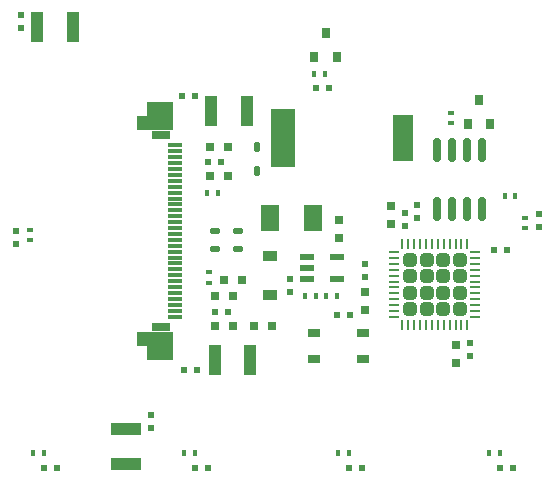
<source format=gbr>
%TF.GenerationSoftware,KiCad,Pcbnew,5.99.0-unknown-0e3c79d3b2~131~ubuntu20.04.1*%
%TF.CreationDate,2021-09-07T14:15:13+02:00*%
%TF.ProjectId,VESC_UI,56455343-5f55-4492-9e6b-696361645f70,v2.0.0*%
%TF.SameCoordinates,Original*%
%TF.FileFunction,Paste,Top*%
%TF.FilePolarity,Positive*%
%FSLAX46Y46*%
G04 Gerber Fmt 4.6, Leading zero omitted, Abs format (unit mm)*
G04 Created by KiCad (PCBNEW 5.99.0-unknown-0e3c79d3b2~131~ubuntu20.04.1) date 2021-09-07 14:15:13*
%MOMM*%
%LPD*%
G01*
G04 APERTURE LIST*
G04 Aperture macros list*
%AMRoundRect*
0 Rectangle with rounded corners*
0 $1 Rounding radius*
0 $2 $3 $4 $5 $6 $7 $8 $9 X,Y pos of 4 corners*
0 Add a 4 corners polygon primitive as box body*
4,1,4,$2,$3,$4,$5,$6,$7,$8,$9,$2,$3,0*
0 Add four circle primitives for the rounded corners*
1,1,$1+$1,$2,$3*
1,1,$1+$1,$4,$5*
1,1,$1+$1,$6,$7*
1,1,$1+$1,$8,$9*
0 Add four rect primitives between the rounded corners*
20,1,$1+$1,$2,$3,$4,$5,0*
20,1,$1+$1,$4,$5,$6,$7,0*
20,1,$1+$1,$6,$7,$8,$9,0*
20,1,$1+$1,$8,$9,$2,$3,0*%
G04 Aperture macros list end*
%ADD10R,2.200000X2.400000*%
%ADD11R,0.900000X1.300000*%
%ADD12R,1.600000X0.800000*%
%ADD13R,1.250000X0.300000*%
%ADD14R,0.600000X0.500000*%
%ADD15R,0.500000X0.600000*%
%ADD16RoundRect,0.125000X0.125000X-0.275000X0.125000X0.275000X-0.125000X0.275000X-0.125000X-0.275000X0*%
%ADD17R,0.600000X0.400000*%
%ADD18R,0.400000X0.600000*%
%ADD19RoundRect,0.250000X-0.315000X-0.315000X0.315000X-0.315000X0.315000X0.315000X-0.315000X0.315000X0*%
%ADD20RoundRect,0.062500X-0.375000X-0.062500X0.375000X-0.062500X0.375000X0.062500X-0.375000X0.062500X0*%
%ADD21RoundRect,0.062500X-0.062500X-0.375000X0.062500X-0.375000X0.062500X0.375000X-0.062500X0.375000X0*%
%ADD22R,0.750000X0.800000*%
%ADD23R,0.800000X0.900000*%
%ADD24RoundRect,0.150000X-0.150000X0.825000X-0.150000X-0.825000X0.150000X-0.825000X0.150000X0.825000X0*%
%ADD25R,2.000000X5.000000*%
%ADD26R,1.700000X4.000000*%
%ADD27R,1.200000X0.900000*%
%ADD28R,0.800000X0.750000*%
%ADD29RoundRect,0.125000X0.275000X0.125000X-0.275000X0.125000X-0.275000X-0.125000X0.275000X-0.125000X0*%
%ADD30R,1.150000X0.600000*%
%ADD31R,1.050000X0.650000*%
%ADD32R,1.000000X2.500000*%
%ADD33R,1.500000X2.300000*%
%ADD34R,2.500000X1.000000*%
%ADD35RoundRect,0.125000X-0.275000X-0.125000X0.275000X-0.125000X0.275000X0.125000X-0.275000X0.125000X0*%
G04 APERTURE END LIST*
D10*
%TO.C,K1*%
X128981019Y-109676584D03*
X128981019Y-90276584D03*
D11*
X127451019Y-109126584D03*
D12*
X129031019Y-91876584D03*
D11*
X127451019Y-90826584D03*
D12*
X129031019Y-108076584D03*
D13*
X130255095Y-92723416D03*
X130255095Y-93223416D03*
X130255095Y-93723416D03*
X130255095Y-94223416D03*
X130255095Y-94723416D03*
X130255095Y-95223416D03*
X130255095Y-95723416D03*
X130255095Y-96223416D03*
X130255095Y-96723416D03*
X130255095Y-97223416D03*
X130255095Y-97723416D03*
X130255095Y-98223416D03*
X130255095Y-98723416D03*
X130255095Y-99223416D03*
X130255095Y-99723416D03*
X130255095Y-100223416D03*
X130255095Y-100723416D03*
X130255095Y-101223416D03*
X130255095Y-101723416D03*
X130255095Y-102223416D03*
X130255095Y-102723416D03*
X130255095Y-103223416D03*
X130255095Y-103723416D03*
X130255095Y-104223416D03*
X130255095Y-104723416D03*
X130255095Y-105223416D03*
X130255095Y-105723416D03*
X130255095Y-106223416D03*
X130255095Y-106723416D03*
X130255095Y-107223416D03*
%TD*%
D14*
%TO.C,C12*%
X143950000Y-107100000D03*
X145050000Y-107100000D03*
%TD*%
D15*
%TO.C,C19*%
X149700000Y-99550000D03*
X149700000Y-98450000D03*
%TD*%
D16*
%TO.C,D10*%
X137200000Y-92900000D03*
X137200000Y-94900000D03*
%TD*%
D17*
%TO.C,R3*%
X133150000Y-104350000D03*
X133150000Y-103450000D03*
%TD*%
D18*
%TO.C,R5*%
X142950000Y-86700000D03*
X142050000Y-86700000D03*
%TD*%
%TO.C,R12*%
X144950000Y-118800000D03*
X144050000Y-118800000D03*
%TD*%
D19*
%TO.C,U2*%
X154350000Y-103800000D03*
X150150000Y-105200000D03*
X150150000Y-102400000D03*
X152950000Y-102400000D03*
X154350000Y-102400000D03*
X152950000Y-105200000D03*
X151550000Y-105200000D03*
X151550000Y-103800000D03*
X152950000Y-103800000D03*
X154350000Y-105200000D03*
X150150000Y-106600000D03*
X154350000Y-106600000D03*
X151550000Y-102400000D03*
X150150000Y-103800000D03*
X152950000Y-106600000D03*
X151550000Y-106600000D03*
D20*
X148812500Y-101750000D03*
X148812500Y-102250000D03*
X148812500Y-102750000D03*
X148812500Y-103250000D03*
X148812500Y-103750000D03*
X148812500Y-104250000D03*
X148812500Y-104750000D03*
X148812500Y-105250000D03*
X148812500Y-105750000D03*
X148812500Y-106250000D03*
X148812500Y-106750000D03*
X148812500Y-107250000D03*
D21*
X149500000Y-107937500D03*
X150000000Y-107937500D03*
X150500000Y-107937500D03*
X151000000Y-107937500D03*
X151500000Y-107937500D03*
X152000000Y-107937500D03*
X152500000Y-107937500D03*
X153000000Y-107937500D03*
X153500000Y-107937500D03*
X154000000Y-107937500D03*
X154500000Y-107937500D03*
X155000000Y-107937500D03*
D20*
X155687500Y-107250000D03*
X155687500Y-106750000D03*
X155687500Y-106250000D03*
X155687500Y-105750000D03*
X155687500Y-105250000D03*
X155687500Y-104750000D03*
X155687500Y-104250000D03*
X155687500Y-103750000D03*
X155687500Y-103250000D03*
X155687500Y-102750000D03*
X155687500Y-102250000D03*
X155687500Y-101750000D03*
D21*
X155000000Y-101062500D03*
X154500000Y-101062500D03*
X154000000Y-101062500D03*
X153500000Y-101062500D03*
X153000000Y-101062500D03*
X152500000Y-101062500D03*
X152000000Y-101062500D03*
X151500000Y-101062500D03*
X151000000Y-101062500D03*
X150500000Y-101062500D03*
X150000000Y-101062500D03*
X149500000Y-101062500D03*
%TD*%
D17*
%TO.C,R2*%
X153600000Y-89950000D03*
X153600000Y-90850000D03*
%TD*%
D18*
%TO.C,R14*%
X132950000Y-96720000D03*
X133850000Y-96720000D03*
%TD*%
D22*
%TO.C,C2*%
X148500000Y-99350000D03*
X148500000Y-97850000D03*
%TD*%
D18*
%TO.C,R9*%
X119150000Y-118800000D03*
X118250000Y-118800000D03*
%TD*%
%TO.C,R7*%
X142150000Y-105500000D03*
X141250000Y-105500000D03*
%TD*%
D14*
%TO.C,C18*%
X146050000Y-120000000D03*
X144950000Y-120000000D03*
%TD*%
D18*
%TO.C,R8*%
X143950000Y-105500000D03*
X143050000Y-105500000D03*
%TD*%
D22*
%TO.C,C1*%
X144100000Y-99050000D03*
X144100000Y-100550000D03*
%TD*%
D23*
%TO.C,Q2*%
X142050000Y-85225000D03*
X143950000Y-85225000D03*
X143000000Y-83225000D03*
%TD*%
D24*
%TO.C,U3*%
X156205000Y-93125000D03*
X154935000Y-93125000D03*
X153665000Y-93125000D03*
X152395000Y-93125000D03*
X152395000Y-98075000D03*
X153665000Y-98075000D03*
X154935000Y-98075000D03*
X156205000Y-98075000D03*
%TD*%
D15*
%TO.C,C9*%
X161100000Y-99650000D03*
X161100000Y-98550000D03*
%TD*%
%TO.C,C15*%
X140000000Y-104050000D03*
X140000000Y-105150000D03*
%TD*%
D14*
%TO.C,C20*%
X158350000Y-101600000D03*
X157250000Y-101600000D03*
%TD*%
D15*
%TO.C,C21*%
X155200000Y-110550000D03*
X155200000Y-109450000D03*
%TD*%
%TO.C,C24*%
X150700000Y-98850000D03*
X150700000Y-97750000D03*
%TD*%
D25*
%TO.C,C22*%
X139400000Y-92100000D03*
D26*
X149550000Y-92100000D03*
%TD*%
D15*
%TO.C,C10*%
X116800000Y-99950000D03*
X116800000Y-101050000D03*
%TD*%
D17*
%TO.C,R17*%
X118000000Y-99850000D03*
X118000000Y-100750000D03*
%TD*%
%TO.C,R18*%
X159900000Y-99750000D03*
X159900000Y-98850000D03*
%TD*%
D14*
%TO.C,C23*%
X133050000Y-120000000D03*
X131950000Y-120000000D03*
%TD*%
D23*
%TO.C,Q1*%
X155050000Y-90900000D03*
X156950000Y-90900000D03*
X156000000Y-88900000D03*
%TD*%
D15*
%TO.C,C6*%
X117200000Y-82750000D03*
X117200000Y-81650000D03*
%TD*%
D14*
%TO.C,C28*%
X133050000Y-94100000D03*
X134150000Y-94100000D03*
%TD*%
D27*
%TO.C,D9*%
X138300000Y-105350000D03*
X138300000Y-102050000D03*
%TD*%
D28*
%TO.C,C4*%
X133650000Y-108000000D03*
X135150000Y-108000000D03*
%TD*%
%TO.C,C26*%
X134750000Y-95300000D03*
X133250000Y-95300000D03*
%TD*%
D29*
%TO.C,D8*%
X133600000Y-100000000D03*
X135600000Y-100000000D03*
%TD*%
D30*
%TO.C,IC1*%
X141450000Y-102150000D03*
X141450000Y-103100000D03*
X141450000Y-104050000D03*
X143950000Y-104050000D03*
X143950000Y-102150000D03*
%TD*%
D22*
%TO.C,C29*%
X146300000Y-106650000D03*
X146300000Y-105150000D03*
%TD*%
D18*
%TO.C,R16*%
X131950000Y-118800000D03*
X131050000Y-118800000D03*
%TD*%
D14*
%TO.C,C17*%
X120250000Y-120000000D03*
X119150000Y-120000000D03*
%TD*%
D28*
%TO.C,C8*%
X133650000Y-105500000D03*
X135150000Y-105500000D03*
%TD*%
%TO.C,C16*%
X136950000Y-108000000D03*
X138450000Y-108000000D03*
%TD*%
D15*
%TO.C,C32*%
X128200000Y-115550000D03*
X128200000Y-116650000D03*
%TD*%
D14*
%TO.C,C13*%
X130850000Y-88500000D03*
X131950000Y-88500000D03*
%TD*%
D31*
%TO.C,SW5*%
X142025000Y-108625000D03*
X146175000Y-108625000D03*
X142025000Y-110775000D03*
X146175000Y-110775000D03*
%TD*%
D14*
%TO.C,C11*%
X143250000Y-87900000D03*
X142150000Y-87900000D03*
%TD*%
D28*
%TO.C,C7*%
X134400000Y-104100000D03*
X135900000Y-104100000D03*
%TD*%
D32*
%TO.C,C5*%
X118600000Y-82700000D03*
X121600000Y-82700000D03*
%TD*%
D18*
%TO.C,R19*%
X157750000Y-118800000D03*
X156850000Y-118800000D03*
%TD*%
D32*
%TO.C,C14*%
X133300000Y-89800000D03*
X136300000Y-89800000D03*
%TD*%
D22*
%TO.C,C30*%
X154000000Y-109650000D03*
X154000000Y-111150000D03*
%TD*%
D14*
%TO.C,C33*%
X131050000Y-111700000D03*
X132150000Y-111700000D03*
%TD*%
%TO.C,C25*%
X158850000Y-120000000D03*
X157750000Y-120000000D03*
%TD*%
D32*
%TO.C,C35*%
X133600000Y-110900000D03*
X136600000Y-110900000D03*
%TD*%
D14*
%TO.C,C3*%
X134750000Y-106800000D03*
X133650000Y-106800000D03*
%TD*%
D18*
%TO.C,R20*%
X158150000Y-97000000D03*
X159050000Y-97000000D03*
%TD*%
D33*
%TO.C,L1*%
X141950000Y-98900000D03*
X138250000Y-98900000D03*
%TD*%
D34*
%TO.C,C34*%
X126100000Y-116700000D03*
X126100000Y-119700000D03*
%TD*%
D35*
%TO.C,D7*%
X135600000Y-101500000D03*
X133600000Y-101500000D03*
%TD*%
D28*
%TO.C,C27*%
X133250000Y-92900000D03*
X134750000Y-92900000D03*
%TD*%
D15*
%TO.C,C31*%
X146300000Y-102750000D03*
X146300000Y-103850000D03*
%TD*%
M02*

</source>
